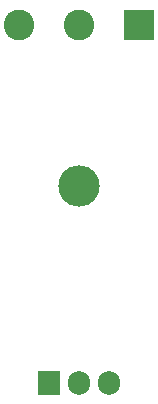
<source format=gbr>
%TF.GenerationSoftware,KiCad,Pcbnew,7.0.2*%
%TF.CreationDate,2023-05-13T17:25:18+02:00*%
%TF.ProjectId,Einschaltstrombegrenzung,45696e73-6368-4616-9c74-7374726f6d62,rev?*%
%TF.SameCoordinates,Original*%
%TF.FileFunction,Soldermask,Bot*%
%TF.FilePolarity,Negative*%
%FSLAX46Y46*%
G04 Gerber Fmt 4.6, Leading zero omitted, Abs format (unit mm)*
G04 Created by KiCad (PCBNEW 7.0.2) date 2023-05-13 17:25:18*
%MOMM*%
%LPD*%
G01*
G04 APERTURE LIST*
%ADD10R,2.600000X2.600000*%
%ADD11C,2.600000*%
%ADD12O,3.500000X3.500000*%
%ADD13R,1.905000X2.000000*%
%ADD14O,1.905000X2.000000*%
G04 APERTURE END LIST*
D10*
%TO.C,J2*%
X142240000Y-72937500D03*
D11*
X137160000Y-72937500D03*
X132080000Y-72937500D03*
%TD*%
D12*
%TO.C,Q1*%
X137160000Y-86550000D03*
D13*
X134620000Y-103210000D03*
D14*
X137160000Y-103210000D03*
X139700000Y-103210000D03*
%TD*%
M02*

</source>
